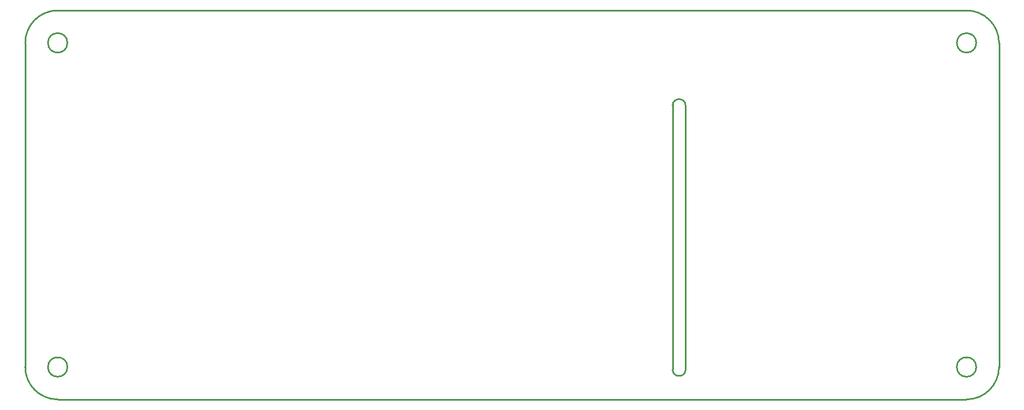
<source format=gbr>
%TF.GenerationSoftware,Altium Limited,Altium Designer,21.6.4 (81)*%
G04 Layer_Color=16711935*
%FSLAX43Y43*%
%MOMM*%
%TF.SameCoordinates,B74C4539-8C7F-4592-B280-35368C4CFDA8*%
%TF.FilePolarity,Positive*%
%TF.FileFunction,Keep-out,Top*%
%TF.Part,Single*%
G01*
G75*
%TA.AperFunction,NonConductor*%
%ADD69C,0.254*%
D69*
X101725Y45325D02*
G03*
X99725Y45325I-1000J0D01*
G01*
Y4618D02*
G03*
X101725Y4618I1000J0D01*
G01*
X6500Y55000D02*
G03*
X6500Y55000I-1500J0D01*
G01*
Y5000D02*
G03*
X6500Y5000I-1500J0D01*
G01*
X146500D02*
G03*
X146500Y5000I-1500J0D01*
G01*
Y55000D02*
G03*
X146500Y55000I-1500J0D01*
G01*
X0Y5000D02*
G03*
X5000Y0I5000J0D01*
G01*
X145000D02*
G03*
X150000Y5000I0J5000D01*
G01*
X5000Y60000D02*
G03*
X0Y55000I0J-5000D01*
G01*
X150000D02*
G03*
X145000Y60000I-5000J0D01*
G01*
X101725Y45325D02*
X101725Y4618D01*
X99721Y45475D02*
X99721Y4623D01*
X-0Y55000D02*
X0Y5000D01*
X5000Y60000D02*
X145000Y60000D01*
X150000Y55042D02*
X150000Y5000D01*
X5000Y0D02*
X145000Y0D01*
%TF.MD5,853df4ecf92f07e7811f910778911050*%
M02*

</source>
